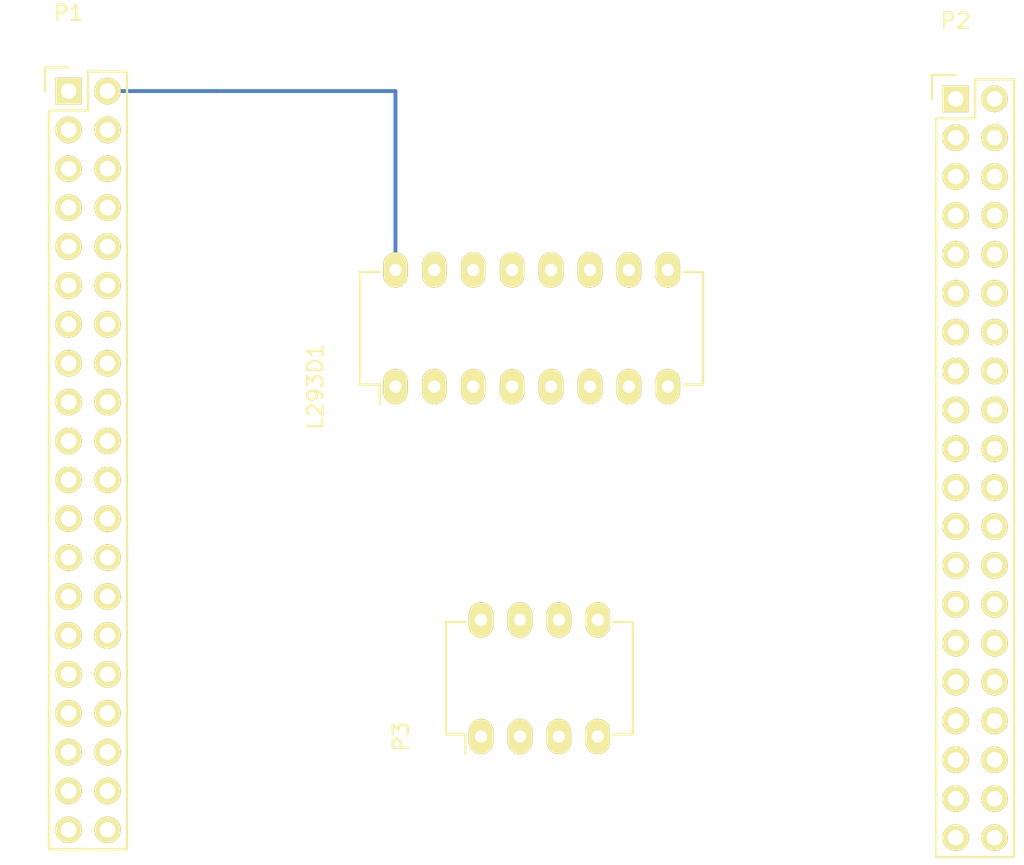
<source format=kicad_pcb>
(kicad_pcb (version 4) (host pcbnew "(2015-03-29 BZR 5548)-product")

  (general
    (links 47)
    (no_connects 46)
    (area 104.079857 87.247 183.956143 145.453001)
    (thickness 1.6)
    (drawings 0)
    (tracks 3)
    (zones 0)
    (modules 4)
    (nets 58)
  )

  (page A4)
  (layers
    (0 F.Cu signal)
    (31 B.Cu signal)
    (32 B.Adhes user)
    (33 F.Adhes user)
    (34 B.Paste user)
    (35 F.Paste user)
    (36 B.SilkS user)
    (37 F.SilkS user)
    (38 B.Mask user)
    (39 F.Mask user)
    (40 Dwgs.User user)
    (41 Cmts.User user)
    (42 Eco1.User user)
    (43 Eco2.User user)
    (44 Edge.Cuts user)
    (45 Margin user)
    (46 B.CrtYd user)
    (47 F.CrtYd user)
    (48 B.Fab user)
    (49 F.Fab user)
  )

  (setup
    (last_trace_width 0.25)
    (trace_clearance 0.2)
    (zone_clearance 0.508)
    (zone_45_only no)
    (trace_min 0.2)
    (segment_width 0.2)
    (edge_width 0.1)
    (via_size 0.6)
    (via_drill 0.4)
    (via_min_size 0.4)
    (via_min_drill 0.3)
    (uvia_size 0.3)
    (uvia_drill 0.1)
    (uvias_allowed no)
    (uvia_min_size 0.2)
    (uvia_min_drill 0.1)
    (pcb_text_width 0.3)
    (pcb_text_size 1.5 1.5)
    (mod_edge_width 0.15)
    (mod_text_size 1 1)
    (mod_text_width 0.15)
    (pad_size 1.5 1.5)
    (pad_drill 0.6)
    (pad_to_mask_clearance 0)
    (aux_axis_origin 0 0)
    (visible_elements FFFFFF7F)
    (pcbplotparams
      (layerselection 0x00030_80000001)
      (usegerberextensions false)
      (excludeedgelayer true)
      (linewidth 0.100000)
      (plotframeref false)
      (viasonmask false)
      (mode 1)
      (useauxorigin false)
      (hpglpennumber 1)
      (hpglpenspeed 20)
      (hpglpendiameter 15)
      (hpglpenoverlay 2)
      (psnegative false)
      (psa4output false)
      (plotreference true)
      (plotvalue true)
      (plotinvisibletext false)
      (padsonsilk false)
      (subtractmaskfromsilk false)
      (outputformat 1)
      (mirror false)
      (drillshape 1)
      (scaleselection 1)
      (outputdirectory ""))
  )

  (net 0 "")
  (net 1 /GPIO1)
  (net 2 /TEC_COL1)
  (net 3 /ENG0_OUT0)
  (net 4 GND)
  (net 5 /ENG0_OUT1)
  (net 6 /TEC_F3)
  (net 7 +9V)
  (net 8 /GPIO2)
  (net 9 /TEC_COL0)
  (net 10 /ENG1_OUT1)
  (net 11 /ENG1_OUT0)
  (net 12 /TEC_F2)
  (net 13 +5V)
  (net 14 +3V3)
  (net 15 /RESET)
  (net 16 /ISP)
  (net 17 /WAKEUP)
  (net 18 GNDA)
  (net 19 /ADC0_3)
  (net 20 /ADC0_2)
  (net 21 /ADC0_1)
  (net 22 /DAC)
  (net 23 /VDD_A)
  (net 24 /I2C_SDA)
  (net 25 /I2C_SCL)
  (net 26 /RS232_RXD)
  (net 27 /RS232_TXD)
  (net 28 /CAN_RD)
  (net 29 /CAN_TD)
  (net 30 /TEC_F0)
  (net 31 /TEC_COL2)
  (net 32 /TEC_F1)
  (net 33 /ENET_RXD1)
  (net 34 /ENET_TX_EN)
  (net 35 /ENET_MDC)
  (net 36 /ENET_RXD0)
  (net 37 /ENET_CRS_DV)
  (net 38 /ENET_MDIO)
  (net 39 /ENET_TXD0)
  (net 40 /ENET_REF_CLK)
  (net 41 /ENET_TXD1)
  (net 42 /SPI_MISO)
  (net 43 /SPI_SCK)
  (net 44 /SPI_MOSI)
  (net 45 /LCD4)
  (net 46 /LCD_EN)
  (net 47 /LCD_RS)
  (net 48 /LCD3)
  (net 49 /LCD2)
  (net 50 /GPIO0)
  (net 51 /LCD1)
  (net 52 /GPIO4)
  (net 53 /GPIO3)
  (net 54 /GPIO6)
  (net 55 /GPIO5)
  (net 56 /GPIO7)
  (net 57 /GPIO8)

  (net_class Default "This is the default net class."
    (clearance 0.2)
    (trace_width 0.25)
    (via_dia 0.6)
    (via_drill 0.4)
    (uvia_dia 0.3)
    (uvia_drill 0.1)
    (add_net +3V3)
    (add_net +5V)
    (add_net +9V)
    (add_net /ADC0_1)
    (add_net /ADC0_2)
    (add_net /ADC0_3)
    (add_net /CAN_RD)
    (add_net /CAN_TD)
    (add_net /DAC)
    (add_net /ENET_CRS_DV)
    (add_net /ENET_MDC)
    (add_net /ENET_MDIO)
    (add_net /ENET_REF_CLK)
    (add_net /ENET_RXD0)
    (add_net /ENET_RXD1)
    (add_net /ENET_TXD0)
    (add_net /ENET_TXD1)
    (add_net /ENET_TX_EN)
    (add_net /ENG0_OUT0)
    (add_net /ENG0_OUT1)
    (add_net /ENG1_OUT0)
    (add_net /ENG1_OUT1)
    (add_net /GPIO0)
    (add_net /GPIO1)
    (add_net /GPIO2)
    (add_net /GPIO3)
    (add_net /GPIO4)
    (add_net /GPIO5)
    (add_net /GPIO6)
    (add_net /GPIO7)
    (add_net /GPIO8)
    (add_net /I2C_SCL)
    (add_net /I2C_SDA)
    (add_net /ISP)
    (add_net /LCD1)
    (add_net /LCD2)
    (add_net /LCD3)
    (add_net /LCD4)
    (add_net /LCD_EN)
    (add_net /LCD_RS)
    (add_net /RESET)
    (add_net /RS232_RXD)
    (add_net /RS232_TXD)
    (add_net /SPI_MISO)
    (add_net /SPI_MOSI)
    (add_net /SPI_SCK)
    (add_net /TEC_COL0)
    (add_net /TEC_COL1)
    (add_net /TEC_COL2)
    (add_net /TEC_F0)
    (add_net /TEC_F1)
    (add_net /TEC_F2)
    (add_net /TEC_F3)
    (add_net /VDD_A)
    (add_net /WAKEUP)
    (add_net GND)
    (add_net GNDA)
  )

  (module Housings_DIP:DIP-16_W7.62mm_LongPads (layer F.Cu) (tedit 54130A77) (tstamp 561306E9)
    (at 142.748 112.268 90)
    (descr "16-lead dip package, row spacing 7.62 mm (300 mils), longer pads")
    (tags "dil dip 2.54 300")
    (path /560AA651)
    (fp_text reference L293D1 (at 0 -5.22 90) (layer F.SilkS)
      (effects (font (size 1 1) (thickness 0.15)))
    )
    (fp_text value L293D (at 0 -3.72 90) (layer F.Fab)
      (effects (font (size 1 1) (thickness 0.15)))
    )
    (fp_line (start -1.4 -2.45) (end -1.4 20.25) (layer F.CrtYd) (width 0.05))
    (fp_line (start 9 -2.45) (end 9 20.25) (layer F.CrtYd) (width 0.05))
    (fp_line (start -1.4 -2.45) (end 9 -2.45) (layer F.CrtYd) (width 0.05))
    (fp_line (start -1.4 20.25) (end 9 20.25) (layer F.CrtYd) (width 0.05))
    (fp_line (start 0.135 -2.295) (end 0.135 -1.025) (layer F.SilkS) (width 0.15))
    (fp_line (start 7.485 -2.295) (end 7.485 -1.025) (layer F.SilkS) (width 0.15))
    (fp_line (start 7.485 20.075) (end 7.485 18.805) (layer F.SilkS) (width 0.15))
    (fp_line (start 0.135 20.075) (end 0.135 18.805) (layer F.SilkS) (width 0.15))
    (fp_line (start 0.135 -2.295) (end 7.485 -2.295) (layer F.SilkS) (width 0.15))
    (fp_line (start 0.135 20.075) (end 7.485 20.075) (layer F.SilkS) (width 0.15))
    (fp_line (start 0.135 -1.025) (end -1.15 -1.025) (layer F.SilkS) (width 0.15))
    (pad 1 thru_hole oval (at 0 0 90) (size 2.3 1.6) (drill 0.8) (layers *.Cu *.Mask F.SilkS)
      (net 1 /GPIO1))
    (pad 2 thru_hole oval (at 0 2.54 90) (size 2.3 1.6) (drill 0.8) (layers *.Cu *.Mask F.SilkS)
      (net 2 /TEC_COL1))
    (pad 3 thru_hole oval (at 0 5.08 90) (size 2.3 1.6) (drill 0.8) (layers *.Cu *.Mask F.SilkS)
      (net 3 /ENG0_OUT0))
    (pad 4 thru_hole oval (at 0 7.62 90) (size 2.3 1.6) (drill 0.8) (layers *.Cu *.Mask F.SilkS)
      (net 4 GND))
    (pad 5 thru_hole oval (at 0 10.16 90) (size 2.3 1.6) (drill 0.8) (layers *.Cu *.Mask F.SilkS)
      (net 4 GND))
    (pad 6 thru_hole oval (at 0 12.7 90) (size 2.3 1.6) (drill 0.8) (layers *.Cu *.Mask F.SilkS)
      (net 5 /ENG0_OUT1))
    (pad 7 thru_hole oval (at 0 15.24 90) (size 2.3 1.6) (drill 0.8) (layers *.Cu *.Mask F.SilkS)
      (net 6 /TEC_F3))
    (pad 8 thru_hole oval (at 0 17.78 90) (size 2.3 1.6) (drill 0.8) (layers *.Cu *.Mask F.SilkS)
      (net 7 +9V))
    (pad 9 thru_hole oval (at 7.62 17.78 90) (size 2.3 1.6) (drill 0.8) (layers *.Cu *.Mask F.SilkS)
      (net 8 /GPIO2))
    (pad 10 thru_hole oval (at 7.62 15.24 90) (size 2.3 1.6) (drill 0.8) (layers *.Cu *.Mask F.SilkS)
      (net 9 /TEC_COL0))
    (pad 11 thru_hole oval (at 7.62 12.7 90) (size 2.3 1.6) (drill 0.8) (layers *.Cu *.Mask F.SilkS)
      (net 10 /ENG1_OUT1))
    (pad 12 thru_hole oval (at 7.62 10.16 90) (size 2.3 1.6) (drill 0.8) (layers *.Cu *.Mask F.SilkS)
      (net 4 GND))
    (pad 13 thru_hole oval (at 7.62 7.62 90) (size 2.3 1.6) (drill 0.8) (layers *.Cu *.Mask F.SilkS)
      (net 4 GND))
    (pad 14 thru_hole oval (at 7.62 5.08 90) (size 2.3 1.6) (drill 0.8) (layers *.Cu *.Mask F.SilkS)
      (net 11 /ENG1_OUT0))
    (pad 15 thru_hole oval (at 7.62 2.54 90) (size 2.3 1.6) (drill 0.8) (layers *.Cu *.Mask F.SilkS)
      (net 12 /TEC_F2))
    (pad 16 thru_hole oval (at 7.62 0 90) (size 2.3 1.6) (drill 0.8) (layers *.Cu *.Mask F.SilkS)
      (net 13 +5V))
    (model Housings_DIP.3dshapes/DIP-16_W7.62mm_LongPads.wrl
      (at (xyz 0 0 0))
      (scale (xyz 1 1 1))
      (rotate (xyz 0 0 0))
    )
  )

  (module Pin_Headers:Pin_Header_Straight_2x20 (layer F.Cu) (tedit 0) (tstamp 56130715)
    (at 121.412 92.964)
    (descr "Through hole pin header")
    (tags "pin header")
    (path /5398AC24)
    (fp_text reference P1 (at 0 -5.1) (layer F.SilkS)
      (effects (font (size 1 1) (thickness 0.15)))
    )
    (fp_text value CONN_20X2 (at 0 -3.1) (layer F.Fab)
      (effects (font (size 1 1) (thickness 0.15)))
    )
    (fp_line (start -1.75 -1.75) (end -1.75 50.05) (layer F.CrtYd) (width 0.05))
    (fp_line (start 4.3 -1.75) (end 4.3 50.05) (layer F.CrtYd) (width 0.05))
    (fp_line (start -1.75 -1.75) (end 4.3 -1.75) (layer F.CrtYd) (width 0.05))
    (fp_line (start -1.75 50.05) (end 4.3 50.05) (layer F.CrtYd) (width 0.05))
    (fp_line (start 3.81 49.53) (end 3.81 -1.27) (layer F.SilkS) (width 0.15))
    (fp_line (start -1.27 1.27) (end -1.27 49.53) (layer F.SilkS) (width 0.15))
    (fp_line (start 3.81 49.53) (end -1.27 49.53) (layer F.SilkS) (width 0.15))
    (fp_line (start 3.81 -1.27) (end 1.27 -1.27) (layer F.SilkS) (width 0.15))
    (fp_line (start 0 -1.55) (end -1.55 -1.55) (layer F.SilkS) (width 0.15))
    (fp_line (start 1.27 -1.27) (end 1.27 1.27) (layer F.SilkS) (width 0.15))
    (fp_line (start 1.27 1.27) (end -1.27 1.27) (layer F.SilkS) (width 0.15))
    (fp_line (start -1.55 -1.55) (end -1.55 0) (layer F.SilkS) (width 0.15))
    (pad 1 thru_hole rect (at 0 0) (size 1.7272 1.7272) (drill 1.016) (layers *.Cu *.Mask F.SilkS)
      (net 14 +3V3))
    (pad 2 thru_hole oval (at 2.54 0) (size 1.7272 1.7272) (drill 1.016) (layers *.Cu *.Mask F.SilkS)
      (net 13 +5V))
    (pad 3 thru_hole oval (at 0 2.54) (size 1.7272 1.7272) (drill 1.016) (layers *.Cu *.Mask F.SilkS)
      (net 15 /RESET))
    (pad 4 thru_hole oval (at 2.54 2.54) (size 1.7272 1.7272) (drill 1.016) (layers *.Cu *.Mask F.SilkS)
      (net 4 GND))
    (pad 5 thru_hole oval (at 0 5.08) (size 1.7272 1.7272) (drill 1.016) (layers *.Cu *.Mask F.SilkS)
      (net 16 /ISP))
    (pad 6 thru_hole oval (at 2.54 5.08) (size 1.7272 1.7272) (drill 1.016) (layers *.Cu *.Mask F.SilkS)
      (net 17 /WAKEUP))
    (pad 7 thru_hole oval (at 0 7.62) (size 1.7272 1.7272) (drill 1.016) (layers *.Cu *.Mask F.SilkS)
      (net 18 GNDA))
    (pad 8 thru_hole oval (at 2.54 7.62) (size 1.7272 1.7272) (drill 1.016) (layers *.Cu *.Mask F.SilkS)
      (net 18 GNDA))
    (pad 9 thru_hole oval (at 0 10.16) (size 1.7272 1.7272) (drill 1.016) (layers *.Cu *.Mask F.SilkS)
      (net 19 /ADC0_3))
    (pad 10 thru_hole oval (at 2.54 10.16) (size 1.7272 1.7272) (drill 1.016) (layers *.Cu *.Mask F.SilkS)
      (net 18 GNDA))
    (pad 11 thru_hole oval (at 0 12.7) (size 1.7272 1.7272) (drill 1.016) (layers *.Cu *.Mask F.SilkS)
      (net 20 /ADC0_2))
    (pad 12 thru_hole oval (at 2.54 12.7) (size 1.7272 1.7272) (drill 1.016) (layers *.Cu *.Mask F.SilkS)
      (net 18 GNDA))
    (pad 13 thru_hole oval (at 0 15.24) (size 1.7272 1.7272) (drill 1.016) (layers *.Cu *.Mask F.SilkS)
      (net 21 /ADC0_1))
    (pad 14 thru_hole oval (at 2.54 15.24) (size 1.7272 1.7272) (drill 1.016) (layers *.Cu *.Mask F.SilkS)
      (net 18 GNDA))
    (pad 15 thru_hole oval (at 0 17.78) (size 1.7272 1.7272) (drill 1.016) (layers *.Cu *.Mask F.SilkS)
      (net 22 /DAC))
    (pad 16 thru_hole oval (at 2.54 17.78) (size 1.7272 1.7272) (drill 1.016) (layers *.Cu *.Mask F.SilkS)
      (net 18 GNDA))
    (pad 17 thru_hole oval (at 0 20.32) (size 1.7272 1.7272) (drill 1.016) (layers *.Cu *.Mask F.SilkS)
      (net 23 /VDD_A))
    (pad 18 thru_hole oval (at 2.54 20.32) (size 1.7272 1.7272) (drill 1.016) (layers *.Cu *.Mask F.SilkS)
      (net 18 GNDA))
    (pad 19 thru_hole oval (at 0 22.86) (size 1.7272 1.7272) (drill 1.016) (layers *.Cu *.Mask F.SilkS)
      (net 24 /I2C_SDA))
    (pad 20 thru_hole oval (at 2.54 22.86) (size 1.7272 1.7272) (drill 1.016) (layers *.Cu *.Mask F.SilkS)
      (net 4 GND))
    (pad 21 thru_hole oval (at 0 25.4) (size 1.7272 1.7272) (drill 1.016) (layers *.Cu *.Mask F.SilkS)
      (net 25 /I2C_SCL))
    (pad 22 thru_hole oval (at 2.54 25.4) (size 1.7272 1.7272) (drill 1.016) (layers *.Cu *.Mask F.SilkS)
      (net 4 GND))
    (pad 23 thru_hole oval (at 0 27.94) (size 1.7272 1.7272) (drill 1.016) (layers *.Cu *.Mask F.SilkS)
      (net 26 /RS232_RXD))
    (pad 24 thru_hole oval (at 2.54 27.94) (size 1.7272 1.7272) (drill 1.016) (layers *.Cu *.Mask F.SilkS)
      (net 4 GND))
    (pad 25 thru_hole oval (at 0 30.48) (size 1.7272 1.7272) (drill 1.016) (layers *.Cu *.Mask F.SilkS)
      (net 27 /RS232_TXD))
    (pad 26 thru_hole oval (at 2.54 30.48) (size 1.7272 1.7272) (drill 1.016) (layers *.Cu *.Mask F.SilkS)
      (net 4 GND))
    (pad 27 thru_hole oval (at 0 33.02) (size 1.7272 1.7272) (drill 1.016) (layers *.Cu *.Mask F.SilkS)
      (net 28 /CAN_RD))
    (pad 28 thru_hole oval (at 2.54 33.02) (size 1.7272 1.7272) (drill 1.016) (layers *.Cu *.Mask F.SilkS)
      (net 4 GND))
    (pad 29 thru_hole oval (at 0 35.56) (size 1.7272 1.7272) (drill 1.016) (layers *.Cu *.Mask F.SilkS)
      (net 29 /CAN_TD))
    (pad 30 thru_hole oval (at 2.54 35.56) (size 1.7272 1.7272) (drill 1.016) (layers *.Cu *.Mask F.SilkS)
      (net 4 GND))
    (pad 31 thru_hole oval (at 0 38.1) (size 1.7272 1.7272) (drill 1.016) (layers *.Cu *.Mask F.SilkS)
      (net 2 /TEC_COL1))
    (pad 32 thru_hole oval (at 2.54 38.1) (size 1.7272 1.7272) (drill 1.016) (layers *.Cu *.Mask F.SilkS)
      (net 4 GND))
    (pad 33 thru_hole oval (at 0 40.64) (size 1.7272 1.7272) (drill 1.016) (layers *.Cu *.Mask F.SilkS)
      (net 30 /TEC_F0))
    (pad 34 thru_hole oval (at 2.54 40.64) (size 1.7272 1.7272) (drill 1.016) (layers *.Cu *.Mask F.SilkS)
      (net 31 /TEC_COL2))
    (pad 35 thru_hole oval (at 0 43.18) (size 1.7272 1.7272) (drill 1.016) (layers *.Cu *.Mask F.SilkS)
      (net 6 /TEC_F3))
    (pad 36 thru_hole oval (at 2.54 43.18) (size 1.7272 1.7272) (drill 1.016) (layers *.Cu *.Mask F.SilkS)
      (net 32 /TEC_F1))
    (pad 37 thru_hole oval (at 0 45.72) (size 1.7272 1.7272) (drill 1.016) (layers *.Cu *.Mask F.SilkS)
      (net 12 /TEC_F2))
    (pad 38 thru_hole oval (at 2.54 45.72) (size 1.7272 1.7272) (drill 1.016) (layers *.Cu *.Mask F.SilkS)
      (net 4 GND))
    (pad 39 thru_hole oval (at 0 48.26) (size 1.7272 1.7272) (drill 1.016) (layers *.Cu *.Mask F.SilkS)
      (net 9 /TEC_COL0))
    (pad 40 thru_hole oval (at 2.54 48.26) (size 1.7272 1.7272) (drill 1.016) (layers *.Cu *.Mask F.SilkS)
      (net 4 GND))
    (model Pin_Headers.3dshapes/Pin_Header_Straight_2x20.wrl
      (at (xyz 0.05 -0.95 0))
      (scale (xyz 1 1 1))
      (rotate (xyz 0 0 90))
    )
  )

  (module Pin_Headers:Pin_Header_Straight_2x20 (layer F.Cu) (tedit 0) (tstamp 56130741)
    (at 179.324 93.472)
    (descr "Through hole pin header")
    (tags "pin header")
    (path /5398AC33)
    (fp_text reference P2 (at 0 -5.1) (layer F.SilkS)
      (effects (font (size 1 1) (thickness 0.15)))
    )
    (fp_text value CONN_20X2 (at 0 -3.1) (layer F.Fab)
      (effects (font (size 1 1) (thickness 0.15)))
    )
    (fp_line (start -1.75 -1.75) (end -1.75 50.05) (layer F.CrtYd) (width 0.05))
    (fp_line (start 4.3 -1.75) (end 4.3 50.05) (layer F.CrtYd) (width 0.05))
    (fp_line (start -1.75 -1.75) (end 4.3 -1.75) (layer F.CrtYd) (width 0.05))
    (fp_line (start -1.75 50.05) (end 4.3 50.05) (layer F.CrtYd) (width 0.05))
    (fp_line (start 3.81 49.53) (end 3.81 -1.27) (layer F.SilkS) (width 0.15))
    (fp_line (start -1.27 1.27) (end -1.27 49.53) (layer F.SilkS) (width 0.15))
    (fp_line (start 3.81 49.53) (end -1.27 49.53) (layer F.SilkS) (width 0.15))
    (fp_line (start 3.81 -1.27) (end 1.27 -1.27) (layer F.SilkS) (width 0.15))
    (fp_line (start 0 -1.55) (end -1.55 -1.55) (layer F.SilkS) (width 0.15))
    (fp_line (start 1.27 -1.27) (end 1.27 1.27) (layer F.SilkS) (width 0.15))
    (fp_line (start 1.27 1.27) (end -1.27 1.27) (layer F.SilkS) (width 0.15))
    (fp_line (start -1.55 -1.55) (end -1.55 0) (layer F.SilkS) (width 0.15))
    (pad 1 thru_hole rect (at 0 0) (size 1.7272 1.7272) (drill 1.016) (layers *.Cu *.Mask F.SilkS)
      (net 14 +3V3))
    (pad 2 thru_hole oval (at 2.54 0) (size 1.7272 1.7272) (drill 1.016) (layers *.Cu *.Mask F.SilkS)
      (net 13 +5V))
    (pad 3 thru_hole oval (at 0 2.54) (size 1.7272 1.7272) (drill 1.016) (layers *.Cu *.Mask F.SilkS)
      (net 4 GND))
    (pad 4 thru_hole oval (at 2.54 2.54) (size 1.7272 1.7272) (drill 1.016) (layers *.Cu *.Mask F.SilkS)
      (net 33 /ENET_RXD1))
    (pad 5 thru_hole oval (at 0 5.08) (size 1.7272 1.7272) (drill 1.016) (layers *.Cu *.Mask F.SilkS)
      (net 4 GND))
    (pad 6 thru_hole oval (at 2.54 5.08) (size 1.7272 1.7272) (drill 1.016) (layers *.Cu *.Mask F.SilkS)
      (net 34 /ENET_TX_EN))
    (pad 7 thru_hole oval (at 0 7.62) (size 1.7272 1.7272) (drill 1.016) (layers *.Cu *.Mask F.SilkS)
      (net 4 GND))
    (pad 8 thru_hole oval (at 2.54 7.62) (size 1.7272 1.7272) (drill 1.016) (layers *.Cu *.Mask F.SilkS)
      (net 35 /ENET_MDC))
    (pad 9 thru_hole oval (at 0 10.16) (size 1.7272 1.7272) (drill 1.016) (layers *.Cu *.Mask F.SilkS)
      (net 36 /ENET_RXD0))
    (pad 10 thru_hole oval (at 2.54 10.16) (size 1.7272 1.7272) (drill 1.016) (layers *.Cu *.Mask F.SilkS)
      (net 37 /ENET_CRS_DV))
    (pad 11 thru_hole oval (at 0 12.7) (size 1.7272 1.7272) (drill 1.016) (layers *.Cu *.Mask F.SilkS)
      (net 4 GND))
    (pad 12 thru_hole oval (at 2.54 12.7) (size 1.7272 1.7272) (drill 1.016) (layers *.Cu *.Mask F.SilkS)
      (net 38 /ENET_MDIO))
    (pad 13 thru_hole oval (at 0 15.24) (size 1.7272 1.7272) (drill 1.016) (layers *.Cu *.Mask F.SilkS)
      (net 4 GND))
    (pad 14 thru_hole oval (at 2.54 15.24) (size 1.7272 1.7272) (drill 1.016) (layers *.Cu *.Mask F.SilkS)
      (net 39 /ENET_TXD0))
    (pad 15 thru_hole oval (at 0 17.78) (size 1.7272 1.7272) (drill 1.016) (layers *.Cu *.Mask F.SilkS)
      (net 40 /ENET_REF_CLK))
    (pad 16 thru_hole oval (at 2.54 17.78) (size 1.7272 1.7272) (drill 1.016) (layers *.Cu *.Mask F.SilkS)
      (net 41 /ENET_TXD1))
    (pad 17 thru_hole oval (at 0 20.32) (size 1.7272 1.7272) (drill 1.016) (layers *.Cu *.Mask F.SilkS)
      (net 4 GND))
    (pad 18 thru_hole oval (at 2.54 20.32) (size 1.7272 1.7272) (drill 1.016) (layers *.Cu *.Mask F.SilkS)
      (net 42 /SPI_MISO))
    (pad 19 thru_hole oval (at 0 22.86) (size 1.7272 1.7272) (drill 1.016) (layers *.Cu *.Mask F.SilkS)
      (net 4 GND))
    (pad 20 thru_hole oval (at 2.54 22.86) (size 1.7272 1.7272) (drill 1.016) (layers *.Cu *.Mask F.SilkS)
      (net 43 /SPI_SCK))
    (pad 21 thru_hole oval (at 0 25.4) (size 1.7272 1.7272) (drill 1.016) (layers *.Cu *.Mask F.SilkS)
      (net 44 /SPI_MOSI))
    (pad 22 thru_hole oval (at 2.54 25.4) (size 1.7272 1.7272) (drill 1.016) (layers *.Cu *.Mask F.SilkS)
      (net 45 /LCD4))
    (pad 23 thru_hole oval (at 0 27.94) (size 1.7272 1.7272) (drill 1.016) (layers *.Cu *.Mask F.SilkS)
      (net 46 /LCD_EN))
    (pad 24 thru_hole oval (at 2.54 27.94) (size 1.7272 1.7272) (drill 1.016) (layers *.Cu *.Mask F.SilkS)
      (net 47 /LCD_RS))
    (pad 25 thru_hole oval (at 0 30.48) (size 1.7272 1.7272) (drill 1.016) (layers *.Cu *.Mask F.SilkS)
      (net 4 GND))
    (pad 26 thru_hole oval (at 2.54 30.48) (size 1.7272 1.7272) (drill 1.016) (layers *.Cu *.Mask F.SilkS)
      (net 48 /LCD3))
    (pad 27 thru_hole oval (at 0 33.02) (size 1.7272 1.7272) (drill 1.016) (layers *.Cu *.Mask F.SilkS)
      (net 4 GND))
    (pad 28 thru_hole oval (at 2.54 33.02) (size 1.7272 1.7272) (drill 1.016) (layers *.Cu *.Mask F.SilkS)
      (net 49 /LCD2))
    (pad 29 thru_hole oval (at 0 35.56) (size 1.7272 1.7272) (drill 1.016) (layers *.Cu *.Mask F.SilkS)
      (net 50 /GPIO0))
    (pad 30 thru_hole oval (at 2.54 35.56) (size 1.7272 1.7272) (drill 1.016) (layers *.Cu *.Mask F.SilkS)
      (net 51 /LCD1))
    (pad 31 thru_hole oval (at 0 38.1) (size 1.7272 1.7272) (drill 1.016) (layers *.Cu *.Mask F.SilkS)
      (net 8 /GPIO2))
    (pad 32 thru_hole oval (at 2.54 38.1) (size 1.7272 1.7272) (drill 1.016) (layers *.Cu *.Mask F.SilkS)
      (net 1 /GPIO1))
    (pad 33 thru_hole oval (at 0 40.64) (size 1.7272 1.7272) (drill 1.016) (layers *.Cu *.Mask F.SilkS)
      (net 52 /GPIO4))
    (pad 34 thru_hole oval (at 2.54 40.64) (size 1.7272 1.7272) (drill 1.016) (layers *.Cu *.Mask F.SilkS)
      (net 53 /GPIO3))
    (pad 35 thru_hole oval (at 0 43.18) (size 1.7272 1.7272) (drill 1.016) (layers *.Cu *.Mask F.SilkS)
      (net 54 /GPIO6))
    (pad 36 thru_hole oval (at 2.54 43.18) (size 1.7272 1.7272) (drill 1.016) (layers *.Cu *.Mask F.SilkS)
      (net 55 /GPIO5))
    (pad 37 thru_hole oval (at 0 45.72) (size 1.7272 1.7272) (drill 1.016) (layers *.Cu *.Mask F.SilkS)
      (net 4 GND))
    (pad 38 thru_hole oval (at 2.54 45.72) (size 1.7272 1.7272) (drill 1.016) (layers *.Cu *.Mask F.SilkS)
      (net 56 /GPIO7))
    (pad 39 thru_hole oval (at 0 48.26) (size 1.7272 1.7272) (drill 1.016) (layers *.Cu *.Mask F.SilkS)
      (net 4 GND))
    (pad 40 thru_hole oval (at 2.54 48.26) (size 1.7272 1.7272) (drill 1.016) (layers *.Cu *.Mask F.SilkS)
      (net 57 /GPIO8))
    (model Pin_Headers.3dshapes/Pin_Header_Straight_2x20.wrl
      (at (xyz 0.05 -0.95 0))
      (scale (xyz 1 1 1))
      (rotate (xyz 0 0 90))
    )
  )

  (module Housings_DIP:DIP-8_W7.62mm_LongPads (layer F.Cu) (tedit 561306FE) (tstamp 5613074D)
    (at 148.336 135.128 90)
    (descr "8-lead dip package, row spacing 7.62 mm (300 mils), longer pads")
    (tags "dil dip 2.54 300")
    (path /5613172D)
    (fp_text reference P3 (at 0 -5.22 90) (layer F.SilkS)
      (effects (font (size 1 1) (thickness 0.15)))
    )
    (fp_text value ESP8266 (at 0 -3.72 90) (layer F.Fab)
      (effects (font (size 1 1) (thickness 0.15)))
    )
    (fp_line (start -1.4 -2.45) (end -1.4 10.1) (layer F.CrtYd) (width 0.05))
    (fp_line (start 9 -2.45) (end 9 10.1) (layer F.CrtYd) (width 0.05))
    (fp_line (start -1.4 -2.45) (end 9 -2.45) (layer F.CrtYd) (width 0.05))
    (fp_line (start -1.4 10.1) (end 9 10.1) (layer F.CrtYd) (width 0.05))
    (fp_line (start 0.135 -2.295) (end 0.135 -1.025) (layer F.SilkS) (width 0.15))
    (fp_line (start 7.485 -2.295) (end 7.485 -1.025) (layer F.SilkS) (width 0.15))
    (fp_line (start 7.485 9.915) (end 7.485 8.645) (layer F.SilkS) (width 0.15))
    (fp_line (start 0.135 9.915) (end 0.135 8.645) (layer F.SilkS) (width 0.15))
    (fp_line (start 0.135 -2.295) (end 7.485 -2.295) (layer F.SilkS) (width 0.15))
    (fp_line (start 0.135 9.915) (end 7.485 9.915) (layer F.SilkS) (width 0.15))
    (fp_line (start 0.135 -1.025) (end -1.15 -1.025) (layer F.SilkS) (width 0.15))
    (pad 1 thru_hole oval (at 0 0 90) (size 2.3 1.6) (drill 0.8) (layers *.Cu *.Mask F.SilkS)
      (net 26 /RS232_RXD))
    (pad 2 thru_hole oval (at 0 2.54 90) (size 2.3 1.6) (drill 0.8) (layers *.Cu *.Mask F.SilkS)
      (net 53 /GPIO3))
    (pad 3 thru_hole oval (at 0 5.08 90) (size 2.3 1.6) (drill 0.8) (layers *.Cu *.Mask F.SilkS)
      (net 52 /GPIO4))
    (pad 4 thru_hole oval (at 0 7.62 90) (size 2.3 1.6) (drill 0.8) (layers *.Cu *.Mask F.SilkS)
      (net 14 +3V3))
    (pad 5 thru_hole oval (at 7.62 7.62 90) (size 2.3 1.6) (drill 0.8) (layers *.Cu *.Mask F.SilkS)
      (net 27 /RS232_TXD))
    (pad 6 thru_hole oval (at 7.62 5.08 90) (size 2.3 1.6) (drill 0.8) (layers *.Cu *.Mask F.SilkS)
      (net 54 /GPIO6))
    (pad 7 thru_hole oval (at 7.62 2.54 90) (size 2.3 1.6) (drill 0.8) (layers *.Cu *.Mask F.SilkS)
      (net 55 /GPIO5))
    (pad 8 thru_hole oval (at 7.62 0 90) (size 2.3 1.6) (drill 0.8) (layers *.Cu *.Mask F.SilkS)
      (net 4 GND))
    (model Housings_DIP.3dshapes/DIP-8_W7.62mm_LongPads.wrl
      (at (xyz 0 0 0))
      (scale (xyz 1 1 1))
      (rotate (xyz 0 0 0))
    )
  )

  (segment (start 123.952 92.964) (end 131.064 92.964) (width 0.25) (layer B.Cu) (net 13))
  (segment (start 142.748 92.964) (end 142.748 104.648) (width 0.25) (layer B.Cu) (net 13) (tstamp 561309FC))
  (segment (start 131.064 92.964) (end 142.748 92.964) (width 0.25) (layer B.Cu) (net 13) (tstamp 561309F6))

)

</source>
